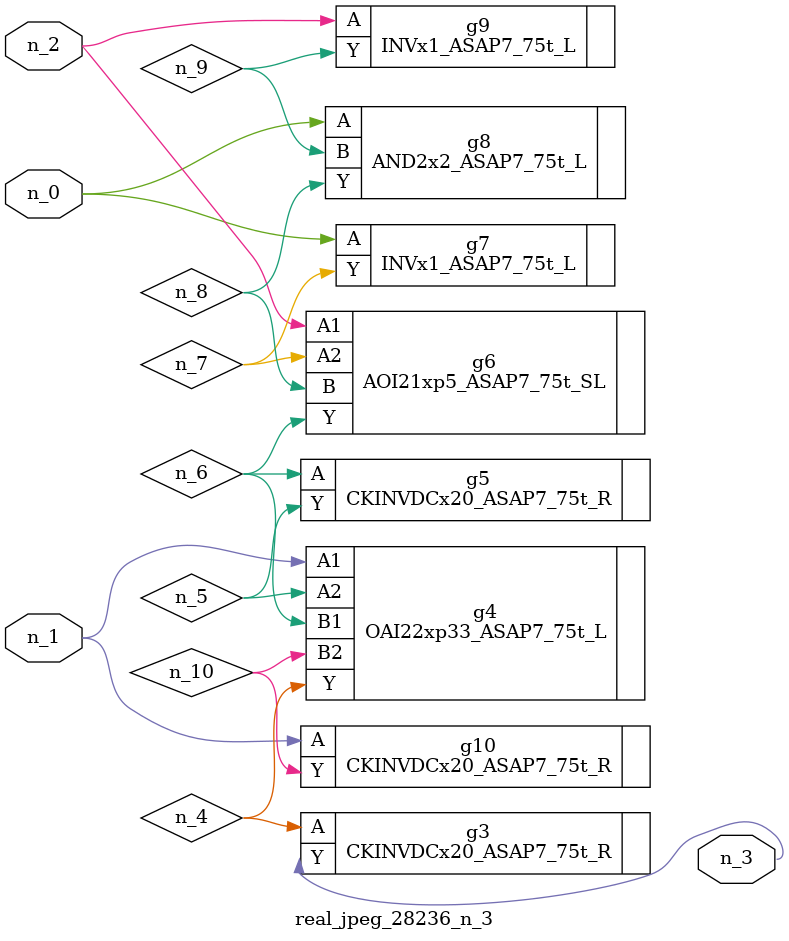
<source format=v>
module real_jpeg_28236_n_3 (n_1, n_0, n_2, n_3);

input n_1;
input n_0;
input n_2;

output n_3;

wire n_5;
wire n_8;
wire n_4;
wire n_6;
wire n_7;
wire n_10;
wire n_9;

INVx1_ASAP7_75t_L g7 ( 
.A(n_0),
.Y(n_7)
);

AND2x2_ASAP7_75t_L g8 ( 
.A(n_0),
.B(n_9),
.Y(n_8)
);

OAI22xp33_ASAP7_75t_L g4 ( 
.A1(n_1),
.A2(n_5),
.B1(n_6),
.B2(n_10),
.Y(n_4)
);

CKINVDCx20_ASAP7_75t_R g10 ( 
.A(n_1),
.Y(n_10)
);

AOI21xp5_ASAP7_75t_SL g6 ( 
.A1(n_2),
.A2(n_7),
.B(n_8),
.Y(n_6)
);

INVx1_ASAP7_75t_L g9 ( 
.A(n_2),
.Y(n_9)
);

CKINVDCx20_ASAP7_75t_R g3 ( 
.A(n_4),
.Y(n_3)
);

CKINVDCx20_ASAP7_75t_R g5 ( 
.A(n_6),
.Y(n_5)
);


endmodule
</source>
